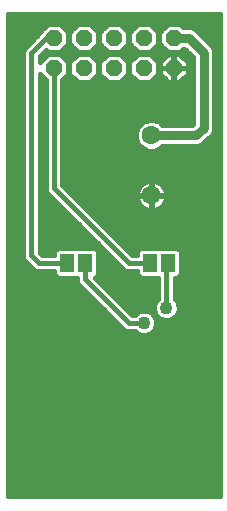
<source format=gbl>
G75*
%MOIN*%
%OFA0B0*%
%FSLAX25Y25*%
%IPPOS*%
%LPD*%
%AMOC8*
5,1,8,0,0,1.08239X$1,22.5*
%
%ADD10R,0.04600X0.06300*%
%ADD11OC8,0.05600*%
%ADD12C,0.06299*%
%ADD13C,0.01575*%
%ADD14C,0.03150*%
%ADD15C,0.04331*%
D10*
X0023787Y0081787D03*
X0029787Y0081787D03*
X0051287Y0081787D03*
X0057287Y0081787D03*
D11*
X0059287Y0146787D03*
X0059287Y0156787D03*
X0049287Y0156787D03*
X0049287Y0146787D03*
X0039287Y0146787D03*
X0039287Y0156787D03*
X0029287Y0156787D03*
X0029287Y0146787D03*
X0019287Y0146787D03*
X0019287Y0156787D03*
D12*
X0051787Y0124287D03*
X0051787Y0104287D03*
D13*
X0003953Y0164622D02*
X0003953Y0003953D01*
X0074622Y0003953D01*
X0074622Y0164622D01*
X0003953Y0164622D01*
X0003953Y0163839D02*
X0074622Y0163839D01*
X0074622Y0162265D02*
X0003953Y0162265D01*
X0003953Y0160692D02*
X0016448Y0160692D01*
X0017312Y0161556D02*
X0014519Y0158763D01*
X0014519Y0158416D01*
X0010226Y0154124D01*
X0009451Y0153348D01*
X0009031Y0152336D01*
X0009031Y0083739D01*
X0009451Y0082726D01*
X0011951Y0080226D01*
X0012726Y0079451D01*
X0013739Y0079031D01*
X0019519Y0079031D01*
X0019519Y0077822D01*
X0020672Y0076669D01*
X0027031Y0076669D01*
X0027031Y0075739D01*
X0027451Y0074726D01*
X0041951Y0060226D01*
X0042726Y0059451D01*
X0043739Y0059031D01*
X0046197Y0059031D01*
X0046946Y0058283D01*
X0048465Y0057654D01*
X0050110Y0057654D01*
X0051629Y0058283D01*
X0052792Y0059446D01*
X0053421Y0060965D01*
X0053421Y0062610D01*
X0052792Y0064129D01*
X0051629Y0065292D01*
X0050110Y0065921D01*
X0048465Y0065921D01*
X0046946Y0065292D01*
X0046197Y0064543D01*
X0045429Y0064543D01*
X0033103Y0076869D01*
X0034056Y0077822D01*
X0034056Y0085753D01*
X0032903Y0086906D01*
X0020672Y0086906D01*
X0019519Y0085753D01*
X0019519Y0084543D01*
X0015429Y0084543D01*
X0014543Y0085429D01*
X0014543Y0144788D01*
X0016531Y0142800D01*
X0016531Y0106239D01*
X0016951Y0105226D01*
X0017726Y0104451D01*
X0042726Y0079451D01*
X0043739Y0079031D01*
X0047019Y0079031D01*
X0047019Y0077822D01*
X0048172Y0076669D01*
X0054031Y0076669D01*
X0054031Y0069878D01*
X0053283Y0069129D01*
X0052654Y0067610D01*
X0052654Y0065965D01*
X0053283Y0064446D01*
X0054446Y0063283D01*
X0055965Y0062654D01*
X0057610Y0062654D01*
X0059129Y0063283D01*
X0060292Y0064446D01*
X0060921Y0065965D01*
X0060921Y0067610D01*
X0060292Y0069129D01*
X0059543Y0069878D01*
X0059543Y0076669D01*
X0060403Y0076669D01*
X0061556Y0077822D01*
X0061556Y0085753D01*
X0060403Y0086906D01*
X0048172Y0086906D01*
X0047019Y0085753D01*
X0047019Y0084543D01*
X0045429Y0084543D01*
X0022043Y0107929D01*
X0022043Y0142800D01*
X0024056Y0144812D01*
X0024056Y0148763D01*
X0021263Y0151556D01*
X0017312Y0151556D01*
X0014543Y0148787D01*
X0014543Y0150646D01*
X0016614Y0152717D01*
X0017312Y0152019D01*
X0021263Y0152019D01*
X0024056Y0154812D01*
X0024056Y0158763D01*
X0021263Y0161556D01*
X0017312Y0161556D01*
X0016787Y0156787D02*
X0011787Y0151787D01*
X0011787Y0084287D01*
X0014287Y0081787D01*
X0023787Y0081787D01*
X0020513Y0086746D02*
X0014543Y0086746D01*
X0014543Y0088320D02*
X0033858Y0088320D01*
X0033062Y0086746D02*
X0035431Y0086746D01*
X0034056Y0085173D02*
X0037004Y0085173D01*
X0038578Y0083600D02*
X0034056Y0083600D01*
X0034056Y0082026D02*
X0040151Y0082026D01*
X0041724Y0080453D02*
X0034056Y0080453D01*
X0034056Y0078880D02*
X0047019Y0078880D01*
X0047534Y0077306D02*
X0033540Y0077306D01*
X0034239Y0075733D02*
X0054031Y0075733D01*
X0054031Y0074160D02*
X0035812Y0074160D01*
X0037386Y0072587D02*
X0054031Y0072587D01*
X0054031Y0071013D02*
X0038959Y0071013D01*
X0040532Y0069440D02*
X0053594Y0069440D01*
X0052760Y0067867D02*
X0042106Y0067867D01*
X0043679Y0066293D02*
X0052654Y0066293D01*
X0052201Y0064720D02*
X0053169Y0064720D01*
X0053199Y0063147D02*
X0054775Y0063147D01*
X0053421Y0061573D02*
X0074622Y0061573D01*
X0074622Y0060000D02*
X0053021Y0060000D01*
X0051773Y0058427D02*
X0074622Y0058427D01*
X0074622Y0056853D02*
X0003953Y0056853D01*
X0003953Y0055280D02*
X0074622Y0055280D01*
X0074622Y0053707D02*
X0003953Y0053707D01*
X0003953Y0052133D02*
X0074622Y0052133D01*
X0074622Y0050560D02*
X0003953Y0050560D01*
X0003953Y0048987D02*
X0074622Y0048987D01*
X0074622Y0047414D02*
X0003953Y0047414D01*
X0003953Y0045840D02*
X0074622Y0045840D01*
X0074622Y0044267D02*
X0003953Y0044267D01*
X0003953Y0042694D02*
X0074622Y0042694D01*
X0074622Y0041120D02*
X0003953Y0041120D01*
X0003953Y0039547D02*
X0074622Y0039547D01*
X0074622Y0037974D02*
X0003953Y0037974D01*
X0003953Y0036400D02*
X0074622Y0036400D01*
X0074622Y0034827D02*
X0003953Y0034827D01*
X0003953Y0033254D02*
X0074622Y0033254D01*
X0074622Y0031680D02*
X0003953Y0031680D01*
X0003953Y0030107D02*
X0074622Y0030107D01*
X0074622Y0028534D02*
X0003953Y0028534D01*
X0003953Y0026960D02*
X0074622Y0026960D01*
X0074622Y0025387D02*
X0003953Y0025387D01*
X0003953Y0023814D02*
X0074622Y0023814D01*
X0074622Y0022240D02*
X0003953Y0022240D01*
X0003953Y0020667D02*
X0074622Y0020667D01*
X0074622Y0019094D02*
X0003953Y0019094D01*
X0003953Y0017521D02*
X0074622Y0017521D01*
X0074622Y0015947D02*
X0003953Y0015947D01*
X0003953Y0014374D02*
X0074622Y0014374D01*
X0074622Y0012801D02*
X0003953Y0012801D01*
X0003953Y0011227D02*
X0074622Y0011227D01*
X0074622Y0009654D02*
X0003953Y0009654D01*
X0003953Y0008081D02*
X0074622Y0008081D01*
X0074622Y0006507D02*
X0003953Y0006507D01*
X0003953Y0004934D02*
X0074622Y0004934D01*
X0049287Y0061787D02*
X0044287Y0061787D01*
X0029787Y0076287D01*
X0029787Y0081787D01*
X0027034Y0075733D02*
X0003953Y0075733D01*
X0003953Y0074160D02*
X0028017Y0074160D01*
X0029591Y0072587D02*
X0003953Y0072587D01*
X0003953Y0071013D02*
X0031164Y0071013D01*
X0032737Y0069440D02*
X0003953Y0069440D01*
X0003953Y0067867D02*
X0034311Y0067867D01*
X0035884Y0066293D02*
X0003953Y0066293D01*
X0003953Y0064720D02*
X0037457Y0064720D01*
X0039031Y0063147D02*
X0003953Y0063147D01*
X0003953Y0061573D02*
X0040604Y0061573D01*
X0042177Y0060000D02*
X0003953Y0060000D01*
X0003953Y0058427D02*
X0046802Y0058427D01*
X0046374Y0064720D02*
X0045252Y0064720D01*
X0044287Y0081787D02*
X0019287Y0106787D01*
X0019287Y0146787D01*
X0017009Y0151252D02*
X0015150Y0151252D01*
X0015435Y0149679D02*
X0014543Y0149679D01*
X0014543Y0143386D02*
X0015945Y0143386D01*
X0016531Y0141812D02*
X0014543Y0141812D01*
X0014543Y0140239D02*
X0016531Y0140239D01*
X0016531Y0138666D02*
X0014543Y0138666D01*
X0014543Y0137092D02*
X0016531Y0137092D01*
X0016531Y0135519D02*
X0014543Y0135519D01*
X0014543Y0133946D02*
X0016531Y0133946D01*
X0016531Y0132373D02*
X0014543Y0132373D01*
X0014543Y0130799D02*
X0016531Y0130799D01*
X0016531Y0129226D02*
X0014543Y0129226D01*
X0014543Y0127653D02*
X0016531Y0127653D01*
X0016531Y0126079D02*
X0014543Y0126079D01*
X0014543Y0124506D02*
X0016531Y0124506D01*
X0016531Y0122933D02*
X0014543Y0122933D01*
X0014543Y0121359D02*
X0016531Y0121359D01*
X0016531Y0119786D02*
X0014543Y0119786D01*
X0014543Y0118213D02*
X0016531Y0118213D01*
X0016531Y0116639D02*
X0014543Y0116639D01*
X0014543Y0115066D02*
X0016531Y0115066D01*
X0016531Y0113493D02*
X0014543Y0113493D01*
X0014543Y0111919D02*
X0016531Y0111919D01*
X0016531Y0110346D02*
X0014543Y0110346D01*
X0014543Y0108773D02*
X0016531Y0108773D01*
X0016531Y0107199D02*
X0014543Y0107199D01*
X0014543Y0105626D02*
X0016785Y0105626D01*
X0018125Y0104053D02*
X0014543Y0104053D01*
X0014543Y0102480D02*
X0019698Y0102480D01*
X0021271Y0100906D02*
X0014543Y0100906D01*
X0014543Y0099333D02*
X0022844Y0099333D01*
X0024418Y0097760D02*
X0014543Y0097760D01*
X0014543Y0096186D02*
X0025991Y0096186D01*
X0027564Y0094613D02*
X0014543Y0094613D01*
X0014543Y0093040D02*
X0029138Y0093040D01*
X0030711Y0091466D02*
X0014543Y0091466D01*
X0014543Y0089893D02*
X0032284Y0089893D01*
X0035359Y0094613D02*
X0074622Y0094613D01*
X0074622Y0096186D02*
X0033786Y0096186D01*
X0032213Y0097760D02*
X0074622Y0097760D01*
X0074622Y0099333D02*
X0030639Y0099333D01*
X0029066Y0100906D02*
X0048187Y0100906D01*
X0048022Y0101071D02*
X0048571Y0100522D01*
X0049200Y0100065D01*
X0049892Y0099712D01*
X0050631Y0099472D01*
X0051399Y0099350D01*
X0051689Y0099350D01*
X0051689Y0104189D01*
X0046850Y0104189D01*
X0046850Y0103899D01*
X0046972Y0103131D01*
X0047212Y0102392D01*
X0047565Y0101700D01*
X0048022Y0101071D01*
X0047184Y0102480D02*
X0027493Y0102480D01*
X0025919Y0104053D02*
X0046850Y0104053D01*
X0046850Y0104386D02*
X0051689Y0104386D01*
X0051689Y0109224D01*
X0051399Y0109224D01*
X0050631Y0109103D01*
X0049892Y0108863D01*
X0049200Y0108510D01*
X0048571Y0108053D01*
X0048022Y0107504D01*
X0047565Y0106875D01*
X0047212Y0106183D01*
X0046972Y0105443D01*
X0046850Y0104676D01*
X0046850Y0104386D01*
X0047031Y0105626D02*
X0024346Y0105626D01*
X0022773Y0107199D02*
X0047801Y0107199D01*
X0049716Y0108773D02*
X0022043Y0108773D01*
X0022043Y0110346D02*
X0074622Y0110346D01*
X0074622Y0108773D02*
X0053859Y0108773D01*
X0053683Y0108863D02*
X0052943Y0109103D01*
X0052176Y0109224D01*
X0051886Y0109224D01*
X0051886Y0104386D01*
X0051689Y0104386D01*
X0051689Y0104189D01*
X0051886Y0104189D01*
X0051886Y0104386D01*
X0056724Y0104386D01*
X0056724Y0104676D01*
X0056603Y0105443D01*
X0056363Y0106183D01*
X0056010Y0106875D01*
X0055553Y0107504D01*
X0055004Y0108053D01*
X0054375Y0108510D01*
X0053683Y0108863D01*
X0051886Y0108773D02*
X0051689Y0108773D01*
X0051689Y0107199D02*
X0051886Y0107199D01*
X0051886Y0105626D02*
X0051689Y0105626D01*
X0051886Y0104189D02*
X0056724Y0104189D01*
X0056724Y0103899D01*
X0056603Y0103131D01*
X0056363Y0102392D01*
X0056010Y0101700D01*
X0055553Y0101071D01*
X0055004Y0100522D01*
X0054375Y0100065D01*
X0053683Y0099712D01*
X0052943Y0099472D01*
X0052176Y0099350D01*
X0051886Y0099350D01*
X0051886Y0104189D01*
X0051886Y0104053D02*
X0051689Y0104053D01*
X0051689Y0102480D02*
X0051886Y0102480D01*
X0051886Y0100906D02*
X0051689Y0100906D01*
X0055388Y0100906D02*
X0074622Y0100906D01*
X0074622Y0102480D02*
X0056391Y0102480D01*
X0056724Y0104053D02*
X0074622Y0104053D01*
X0074622Y0105626D02*
X0056543Y0105626D01*
X0055774Y0107199D02*
X0074622Y0107199D01*
X0074622Y0111919D02*
X0022043Y0111919D01*
X0022043Y0113493D02*
X0074622Y0113493D01*
X0074622Y0115066D02*
X0022043Y0115066D01*
X0022043Y0116639D02*
X0074622Y0116639D01*
X0074622Y0118213D02*
X0022043Y0118213D01*
X0022043Y0119786D02*
X0049280Y0119786D01*
X0048888Y0119948D02*
X0050769Y0119169D01*
X0052805Y0119169D01*
X0054687Y0119948D01*
X0055482Y0120744D01*
X0067492Y0120744D01*
X0068795Y0121284D01*
X0069791Y0122280D01*
X0072291Y0124780D01*
X0072831Y0126083D01*
X0072831Y0152492D01*
X0072291Y0153795D01*
X0071295Y0154791D01*
X0066295Y0159791D01*
X0064992Y0160331D01*
X0062488Y0160331D01*
X0061263Y0161556D01*
X0057312Y0161556D01*
X0054519Y0158763D01*
X0054519Y0154812D01*
X0057312Y0152019D01*
X0061263Y0152019D01*
X0062488Y0153244D01*
X0062820Y0153244D01*
X0065744Y0150320D01*
X0065744Y0128255D01*
X0065320Y0127831D01*
X0055482Y0127831D01*
X0054687Y0128626D01*
X0052805Y0129405D01*
X0050769Y0129405D01*
X0048888Y0128626D01*
X0047448Y0127187D01*
X0046669Y0125305D01*
X0046669Y0123269D01*
X0047448Y0121388D01*
X0048888Y0119948D01*
X0047477Y0121359D02*
X0022043Y0121359D01*
X0022043Y0122933D02*
X0046809Y0122933D01*
X0046669Y0124506D02*
X0022043Y0124506D01*
X0022043Y0126079D02*
X0046990Y0126079D01*
X0047914Y0127653D02*
X0022043Y0127653D01*
X0022043Y0129226D02*
X0050336Y0129226D01*
X0053239Y0129226D02*
X0065744Y0129226D01*
X0065744Y0130799D02*
X0022043Y0130799D01*
X0022043Y0132373D02*
X0065744Y0132373D01*
X0065744Y0133946D02*
X0022043Y0133946D01*
X0022043Y0135519D02*
X0065744Y0135519D01*
X0065744Y0137092D02*
X0022043Y0137092D01*
X0022043Y0138666D02*
X0065744Y0138666D01*
X0065744Y0140239D02*
X0022043Y0140239D01*
X0022043Y0141812D02*
X0065744Y0141812D01*
X0065744Y0143386D02*
X0062373Y0143386D01*
X0061188Y0142200D02*
X0063875Y0144887D01*
X0063875Y0146675D01*
X0059400Y0146675D01*
X0059400Y0146900D01*
X0063875Y0146900D01*
X0063875Y0148688D01*
X0061188Y0151375D01*
X0059400Y0151375D01*
X0059400Y0146900D01*
X0059175Y0146900D01*
X0059175Y0151375D01*
X0057387Y0151375D01*
X0054700Y0148688D01*
X0054700Y0146900D01*
X0059175Y0146900D01*
X0059175Y0146675D01*
X0059400Y0146675D01*
X0059400Y0142200D01*
X0061188Y0142200D01*
X0059175Y0142200D02*
X0059175Y0146675D01*
X0054700Y0146675D01*
X0054700Y0144887D01*
X0057387Y0142200D01*
X0059175Y0142200D01*
X0059175Y0143386D02*
X0059400Y0143386D01*
X0059400Y0144959D02*
X0059175Y0144959D01*
X0059175Y0146532D02*
X0059400Y0146532D01*
X0059400Y0148106D02*
X0059175Y0148106D01*
X0059175Y0149679D02*
X0059400Y0149679D01*
X0059400Y0151252D02*
X0059175Y0151252D01*
X0057265Y0151252D02*
X0051566Y0151252D01*
X0051263Y0151556D02*
X0047312Y0151556D01*
X0044519Y0148763D01*
X0044519Y0144812D01*
X0047312Y0142019D01*
X0051263Y0142019D01*
X0054056Y0144812D01*
X0054056Y0148763D01*
X0051263Y0151556D01*
X0051263Y0152019D02*
X0054056Y0154812D01*
X0054056Y0158763D01*
X0051263Y0161556D01*
X0047312Y0161556D01*
X0044519Y0158763D01*
X0044519Y0154812D01*
X0047312Y0152019D01*
X0051263Y0152019D01*
X0052069Y0152826D02*
X0056506Y0152826D01*
X0054932Y0154399D02*
X0053643Y0154399D01*
X0054056Y0155972D02*
X0054519Y0155972D01*
X0054519Y0157546D02*
X0054056Y0157546D01*
X0053700Y0159119D02*
X0054875Y0159119D01*
X0056448Y0160692D02*
X0052126Y0160692D01*
X0046448Y0160692D02*
X0042126Y0160692D01*
X0041263Y0161556D02*
X0037312Y0161556D01*
X0034519Y0158763D01*
X0034519Y0154812D01*
X0037312Y0152019D01*
X0041263Y0152019D01*
X0044056Y0154812D01*
X0044056Y0158763D01*
X0041263Y0161556D01*
X0043700Y0159119D02*
X0044875Y0159119D01*
X0044519Y0157546D02*
X0044056Y0157546D01*
X0044056Y0155972D02*
X0044519Y0155972D01*
X0044932Y0154399D02*
X0043643Y0154399D01*
X0042069Y0152826D02*
X0046506Y0152826D01*
X0047009Y0151252D02*
X0041566Y0151252D01*
X0041263Y0151556D02*
X0037312Y0151556D01*
X0034519Y0148763D01*
X0034519Y0144812D01*
X0037312Y0142019D01*
X0041263Y0142019D01*
X0044056Y0144812D01*
X0044056Y0148763D01*
X0041263Y0151556D01*
X0043140Y0149679D02*
X0045435Y0149679D01*
X0044519Y0148106D02*
X0044056Y0148106D01*
X0044056Y0146532D02*
X0044519Y0146532D01*
X0044519Y0144959D02*
X0044056Y0144959D01*
X0042629Y0143386D02*
X0045945Y0143386D01*
X0052629Y0143386D02*
X0056202Y0143386D01*
X0054700Y0144959D02*
X0054056Y0144959D01*
X0054056Y0146532D02*
X0054700Y0146532D01*
X0054700Y0148106D02*
X0054056Y0148106D01*
X0053140Y0149679D02*
X0055691Y0149679D01*
X0061310Y0151252D02*
X0064812Y0151252D01*
X0065744Y0149679D02*
X0062883Y0149679D01*
X0063875Y0148106D02*
X0065744Y0148106D01*
X0065744Y0146532D02*
X0063875Y0146532D01*
X0063875Y0144959D02*
X0065744Y0144959D01*
X0063238Y0152826D02*
X0062069Y0152826D01*
X0062126Y0160692D02*
X0074622Y0160692D01*
X0074622Y0159119D02*
X0066967Y0159119D01*
X0068540Y0157546D02*
X0074622Y0157546D01*
X0074622Y0155972D02*
X0070114Y0155972D01*
X0071687Y0154399D02*
X0074622Y0154399D01*
X0074622Y0152826D02*
X0072693Y0152826D01*
X0072831Y0151252D02*
X0074622Y0151252D01*
X0074622Y0149679D02*
X0072831Y0149679D01*
X0072831Y0148106D02*
X0074622Y0148106D01*
X0074622Y0146532D02*
X0072831Y0146532D01*
X0072831Y0144959D02*
X0074622Y0144959D01*
X0074622Y0143386D02*
X0072831Y0143386D01*
X0072831Y0141812D02*
X0074622Y0141812D01*
X0074622Y0140239D02*
X0072831Y0140239D01*
X0072831Y0138666D02*
X0074622Y0138666D01*
X0074622Y0137092D02*
X0072831Y0137092D01*
X0072831Y0135519D02*
X0074622Y0135519D01*
X0074622Y0133946D02*
X0072831Y0133946D01*
X0072831Y0132373D02*
X0074622Y0132373D01*
X0074622Y0130799D02*
X0072831Y0130799D01*
X0072831Y0129226D02*
X0074622Y0129226D01*
X0074622Y0127653D02*
X0072831Y0127653D01*
X0072829Y0126079D02*
X0074622Y0126079D01*
X0074622Y0124506D02*
X0072017Y0124506D01*
X0070444Y0122933D02*
X0074622Y0122933D01*
X0074622Y0121359D02*
X0068870Y0121359D01*
X0074622Y0119786D02*
X0054294Y0119786D01*
X0040079Y0089893D02*
X0074622Y0089893D01*
X0074622Y0088320D02*
X0041653Y0088320D01*
X0043226Y0086746D02*
X0048012Y0086746D01*
X0047019Y0085173D02*
X0044799Y0085173D01*
X0044287Y0081787D02*
X0051287Y0081787D01*
X0056787Y0081287D02*
X0057287Y0081787D01*
X0056787Y0081287D02*
X0056787Y0066787D01*
X0058800Y0063147D02*
X0074622Y0063147D01*
X0074622Y0064720D02*
X0060405Y0064720D01*
X0060921Y0066293D02*
X0074622Y0066293D01*
X0074622Y0067867D02*
X0060815Y0067867D01*
X0059981Y0069440D02*
X0074622Y0069440D01*
X0074622Y0071013D02*
X0059543Y0071013D01*
X0059543Y0072587D02*
X0074622Y0072587D01*
X0074622Y0074160D02*
X0059543Y0074160D01*
X0059543Y0075733D02*
X0074622Y0075733D01*
X0074622Y0077306D02*
X0061040Y0077306D01*
X0061556Y0078880D02*
X0074622Y0078880D01*
X0074622Y0080453D02*
X0061556Y0080453D01*
X0061556Y0082026D02*
X0074622Y0082026D01*
X0074622Y0083600D02*
X0061556Y0083600D01*
X0061556Y0085173D02*
X0074622Y0085173D01*
X0074622Y0086746D02*
X0060562Y0086746D01*
X0074622Y0091466D02*
X0038506Y0091466D01*
X0036933Y0093040D02*
X0074622Y0093040D01*
X0037009Y0151252D02*
X0031566Y0151252D01*
X0031263Y0151556D02*
X0027312Y0151556D01*
X0024519Y0148763D01*
X0024519Y0144812D01*
X0027312Y0142019D01*
X0031263Y0142019D01*
X0034056Y0144812D01*
X0034056Y0148763D01*
X0031263Y0151556D01*
X0031263Y0152019D02*
X0034056Y0154812D01*
X0034056Y0158763D01*
X0031263Y0161556D01*
X0027312Y0161556D01*
X0024519Y0158763D01*
X0024519Y0154812D01*
X0027312Y0152019D01*
X0031263Y0152019D01*
X0032069Y0152826D02*
X0036506Y0152826D01*
X0034932Y0154399D02*
X0033643Y0154399D01*
X0034056Y0155972D02*
X0034519Y0155972D01*
X0034519Y0157546D02*
X0034056Y0157546D01*
X0033700Y0159119D02*
X0034875Y0159119D01*
X0036448Y0160692D02*
X0032126Y0160692D01*
X0027009Y0151252D02*
X0021566Y0151252D01*
X0022069Y0152826D02*
X0026506Y0152826D01*
X0024932Y0154399D02*
X0023643Y0154399D01*
X0024056Y0155972D02*
X0024519Y0155972D01*
X0024519Y0157546D02*
X0024056Y0157546D01*
X0023700Y0159119D02*
X0024875Y0159119D01*
X0026448Y0160692D02*
X0022126Y0160692D01*
X0019287Y0156787D02*
X0016787Y0156787D01*
X0014875Y0159119D02*
X0003953Y0159119D01*
X0003953Y0157546D02*
X0013648Y0157546D01*
X0012075Y0155972D02*
X0003953Y0155972D01*
X0003953Y0154399D02*
X0010501Y0154399D01*
X0009234Y0152826D02*
X0003953Y0152826D01*
X0003953Y0151252D02*
X0009031Y0151252D01*
X0009031Y0149679D02*
X0003953Y0149679D01*
X0003953Y0148106D02*
X0009031Y0148106D01*
X0009031Y0146532D02*
X0003953Y0146532D01*
X0003953Y0144959D02*
X0009031Y0144959D01*
X0009031Y0143386D02*
X0003953Y0143386D01*
X0003953Y0141812D02*
X0009031Y0141812D01*
X0009031Y0140239D02*
X0003953Y0140239D01*
X0003953Y0138666D02*
X0009031Y0138666D01*
X0009031Y0137092D02*
X0003953Y0137092D01*
X0003953Y0135519D02*
X0009031Y0135519D01*
X0009031Y0133946D02*
X0003953Y0133946D01*
X0003953Y0132373D02*
X0009031Y0132373D01*
X0009031Y0130799D02*
X0003953Y0130799D01*
X0003953Y0129226D02*
X0009031Y0129226D01*
X0009031Y0127653D02*
X0003953Y0127653D01*
X0003953Y0126079D02*
X0009031Y0126079D01*
X0009031Y0124506D02*
X0003953Y0124506D01*
X0003953Y0122933D02*
X0009031Y0122933D01*
X0009031Y0121359D02*
X0003953Y0121359D01*
X0003953Y0119786D02*
X0009031Y0119786D01*
X0009031Y0118213D02*
X0003953Y0118213D01*
X0003953Y0116639D02*
X0009031Y0116639D01*
X0009031Y0115066D02*
X0003953Y0115066D01*
X0003953Y0113493D02*
X0009031Y0113493D01*
X0009031Y0111919D02*
X0003953Y0111919D01*
X0003953Y0110346D02*
X0009031Y0110346D01*
X0009031Y0108773D02*
X0003953Y0108773D01*
X0003953Y0107199D02*
X0009031Y0107199D01*
X0009031Y0105626D02*
X0003953Y0105626D01*
X0003953Y0104053D02*
X0009031Y0104053D01*
X0009031Y0102480D02*
X0003953Y0102480D01*
X0003953Y0100906D02*
X0009031Y0100906D01*
X0009031Y0099333D02*
X0003953Y0099333D01*
X0003953Y0097760D02*
X0009031Y0097760D01*
X0009031Y0096186D02*
X0003953Y0096186D01*
X0003953Y0094613D02*
X0009031Y0094613D01*
X0009031Y0093040D02*
X0003953Y0093040D01*
X0003953Y0091466D02*
X0009031Y0091466D01*
X0009031Y0089893D02*
X0003953Y0089893D01*
X0003953Y0088320D02*
X0009031Y0088320D01*
X0009031Y0086746D02*
X0003953Y0086746D01*
X0003953Y0085173D02*
X0009031Y0085173D01*
X0009089Y0083600D02*
X0003953Y0083600D01*
X0003953Y0082026D02*
X0010151Y0082026D01*
X0011724Y0080453D02*
X0003953Y0080453D01*
X0003953Y0078880D02*
X0019519Y0078880D01*
X0020034Y0077306D02*
X0003953Y0077306D01*
X0014799Y0085173D02*
X0019519Y0085173D01*
X0022629Y0143386D02*
X0025945Y0143386D01*
X0024519Y0144959D02*
X0024056Y0144959D01*
X0024056Y0146532D02*
X0024519Y0146532D01*
X0024519Y0148106D02*
X0024056Y0148106D01*
X0023140Y0149679D02*
X0025435Y0149679D01*
X0032629Y0143386D02*
X0035945Y0143386D01*
X0034519Y0144959D02*
X0034056Y0144959D01*
X0034056Y0146532D02*
X0034519Y0146532D01*
X0034519Y0148106D02*
X0034056Y0148106D01*
X0033140Y0149679D02*
X0035435Y0149679D01*
D14*
X0051787Y0124287D02*
X0066787Y0124287D01*
X0069287Y0126787D01*
X0069287Y0151787D01*
X0064287Y0156787D01*
X0059287Y0156787D01*
D15*
X0056787Y0066787D03*
X0049287Y0061787D03*
M02*

</source>
